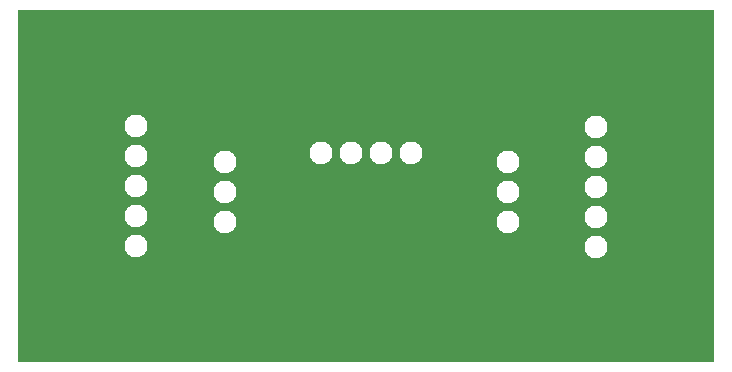
<source format=gbr>
G04 FreePCB version 1.355*
G04 C:\FcPoly-Ttest\bottom_solder_mask.grb*
G04 bottom solder mask layer *
G04 Scale: 100 percent, Rotated: No, Reflected: No *
G04 Converted by FpcPoly Version 1.13R on Wed May 15 18:47:10 2019 *

%FSLAX24Y24*%
%MOIN*%
%LN bottom solder mask *%
G04 Rounded Rectangle Macro, params: W/2, H/2, R *
%AMRNDREC*
21,1,$1+$1,$2+$2-$3-$3,0,0,0*
21,1,$1+$1-$3-$3,$2+$2,0,0,0*
1,1,$3+$3,$1-$3,$2-$3*
1,1,$3+$3,$3-$1,$2-$3*
1,1,$3+$3,$1-$3,$3-$2*
1,1,$3+$3,$3-$1,$3-$2*%
G04 Rectangular Thermal Macro, params: W/2, H/2, T/2 *
%AMRECTHERM*
$4=$3/2*
21,1,$1-$3,$2-$3,0-$1/2-$4,0-$2/2-$4,0*
21,1,$1-$3,$2-$3,0-$1/2-$4,$2/2+$4,0*
21,1,$1-$3,$2-$3,$1/2+$4,0-$2/2-$4,0*
21,1,$1-$3,$2-$3,$1/2+$4,$2/2+$4,0*%
%ADD10C,0.005000*%
%ADD11C,0.076000*%

%LPD*%

G04 Begin outline 1 *

G36*
X0Y11800D02*
X23250Y11800D01*
G04 end of side 1*
X23250Y0D01*
G04 end of side 2*
X0Y0D01*
G04 end of side 3*
X0Y11800D01*

G37*
G04 End outline 1 *

%LPC*%

G54D10*
X0Y11800D02*
X23250Y11800D01*
G04 end of side 1*
X23250Y0D01*
G04 end of side 2*
X0Y0D01*
G04 end of side 3*
X0Y11800D01*

G04 -------------- Draw Parts, Pads, Traces, Vias and Text (positive)*
G04 Draw part J1*
G54D11*
X3960Y7900D03*
X3960Y6900D03*
X3960Y5900D03*
X3960Y4900D03*
X3960Y3900D03*
G04 Draw part C1*
G04 Draw part C2*
G04 Draw part U1*
G04 Draw part C3*
G04 Draw part C4*
G04 Draw part C5*
G04 Draw part C6*
G04 Draw part R1*
G04 Draw part R2*
G04 Draw part R3*
G04 Draw part R4*
G04 Draw part J2*
X19280Y7860D03*
X19280Y6860D03*
X19280Y5860D03*
X19280Y4860D03*
X19280Y3860D03*
G04 Draw part C7*
G04 Draw part C8*
G04 Draw part J3*
X16340Y6700D03*
X16340Y5700D03*
X16340Y4700D03*
G04 Draw part J4*
X6920Y6700D03*
X6920Y5700D03*
X6920Y4700D03*
G04 Draw part U2*
X10130Y7000D03*
X11130Y7000D03*
X12130Y7000D03*
X13130Y7000D03*

G04 Draw traces*

G04 Draw Text*

G04 Draw solder mask cutouts*

M00*
M02*

</source>
